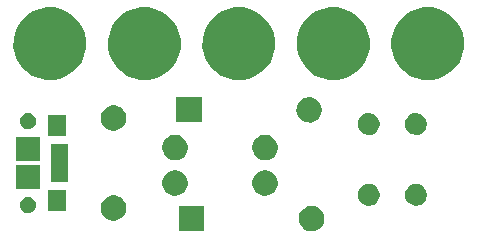
<source format=gts>
%TF.GenerationSoftware,KiCad,Pcbnew,4.0.4+e1-6308~48~ubuntu14.04.1-stable*%
%TF.CreationDate,2016-11-21T10:30:50-08:00*%
%TF.ProjectId,USB-Breakout-with-Reset,5553422D427265616B6F75742D776974,rev?*%
%TF.FileFunction,Soldermask,Top*%
%FSLAX46Y46*%
G04 Gerber Fmt 4.6, Leading zero omitted, Abs format (unit mm)*
G04 Created by KiCad (PCBNEW 4.0.4+e1-6308~48~ubuntu14.04.1-stable) date Mon Nov 21 10:30:50 2016*
%MOMM*%
%LPD*%
G01*
G04 APERTURE LIST*
%ADD10C,0.350000*%
G04 APERTURE END LIST*
D10*
G36*
X152272988Y-110725024D02*
X152479626Y-110767441D01*
X152674104Y-110849192D01*
X152848991Y-110967155D01*
X152997636Y-111116841D01*
X153114375Y-111292548D01*
X153194763Y-111487584D01*
X153235669Y-111694174D01*
X153235669Y-111694184D01*
X153235736Y-111694523D01*
X153232372Y-111935472D01*
X153232295Y-111935810D01*
X153232295Y-111935819D01*
X153185637Y-112141187D01*
X153099836Y-112333899D01*
X152978234Y-112506280D01*
X152825466Y-112651759D01*
X152647353Y-112764793D01*
X152450672Y-112841080D01*
X152242927Y-112877712D01*
X152032017Y-112873293D01*
X151825984Y-112827995D01*
X151632672Y-112743538D01*
X151459451Y-112623146D01*
X151312909Y-112471399D01*
X151198633Y-112294076D01*
X151120973Y-112097931D01*
X151082893Y-111890449D01*
X151085838Y-111679515D01*
X151129699Y-111473168D01*
X151212802Y-111279274D01*
X151331985Y-111105212D01*
X151482704Y-110957616D01*
X151659225Y-110842105D01*
X151854819Y-110763079D01*
X152062033Y-110723552D01*
X152272988Y-110725024D01*
X152272988Y-110725024D01*
G37*
G36*
X143075690Y-112875690D02*
X140924310Y-112875690D01*
X140924310Y-110724310D01*
X143075690Y-110724310D01*
X143075690Y-112875690D01*
X143075690Y-112875690D01*
G37*
G36*
X135512988Y-109845024D02*
X135719626Y-109887441D01*
X135914104Y-109969192D01*
X136088991Y-110087155D01*
X136237636Y-110236841D01*
X136354375Y-110412548D01*
X136434763Y-110607584D01*
X136475669Y-110814174D01*
X136475669Y-110814184D01*
X136475736Y-110814523D01*
X136472372Y-111055472D01*
X136472295Y-111055810D01*
X136472295Y-111055819D01*
X136425637Y-111261187D01*
X136339836Y-111453899D01*
X136218234Y-111626280D01*
X136065466Y-111771759D01*
X135887353Y-111884793D01*
X135690672Y-111961080D01*
X135482927Y-111997712D01*
X135272017Y-111993293D01*
X135065984Y-111947995D01*
X134872672Y-111863538D01*
X134699451Y-111743146D01*
X134552909Y-111591399D01*
X134438633Y-111414076D01*
X134360973Y-111217931D01*
X134322893Y-111010449D01*
X134325838Y-110799515D01*
X134369699Y-110593168D01*
X134452802Y-110399274D01*
X134571985Y-110225212D01*
X134722704Y-110077616D01*
X134899225Y-109962105D01*
X135094819Y-109883079D01*
X135302033Y-109843552D01*
X135512988Y-109845024D01*
X135512988Y-109845024D01*
G37*
G36*
X128221028Y-109974248D02*
X128350922Y-110000912D01*
X128473177Y-110052303D01*
X128583115Y-110126457D01*
X128676552Y-110220549D01*
X128749941Y-110331008D01*
X128800475Y-110453612D01*
X128826162Y-110583341D01*
X128826162Y-110583356D01*
X128826229Y-110583695D01*
X128824114Y-110735160D01*
X128824038Y-110735494D01*
X128824038Y-110735507D01*
X128794736Y-110864478D01*
X128740801Y-110985619D01*
X128664359Y-111093982D01*
X128568326Y-111185433D01*
X128456360Y-111256489D01*
X128332722Y-111304445D01*
X128202131Y-111327472D01*
X128069547Y-111324694D01*
X127940031Y-111296219D01*
X127818510Y-111243127D01*
X127709621Y-111167447D01*
X127617502Y-111072056D01*
X127545665Y-110960586D01*
X127496846Y-110837284D01*
X127472909Y-110706859D01*
X127474760Y-110574261D01*
X127502332Y-110444546D01*
X127554571Y-110322661D01*
X127629493Y-110213242D01*
X127724241Y-110120458D01*
X127835199Y-110047848D01*
X127958157Y-109998170D01*
X128088415Y-109973323D01*
X128221028Y-109974248D01*
X128221028Y-109974248D01*
G37*
G36*
X131376200Y-111176200D02*
X129823800Y-111176200D01*
X129823800Y-109423800D01*
X131376200Y-109423800D01*
X131376200Y-111176200D01*
X131376200Y-111176200D01*
G37*
G36*
X157097286Y-108874415D02*
X157275207Y-108910937D01*
X157442658Y-108981327D01*
X157593241Y-109082897D01*
X157721229Y-109211781D01*
X157821743Y-109363069D01*
X157890962Y-109531005D01*
X157926172Y-109708827D01*
X157926172Y-109708842D01*
X157926239Y-109709181D01*
X157923342Y-109916645D01*
X157923266Y-109916979D01*
X157923266Y-109916992D01*
X157883102Y-110093772D01*
X157809226Y-110259702D01*
X157704523Y-110408127D01*
X157572985Y-110533388D01*
X157419623Y-110630716D01*
X157250279Y-110696400D01*
X157071403Y-110727941D01*
X156889804Y-110724136D01*
X156712402Y-110685132D01*
X156545955Y-110612413D01*
X156396807Y-110508753D01*
X156270631Y-110378094D01*
X156172236Y-110225413D01*
X156105368Y-110056527D01*
X156072581Y-109877880D01*
X156075116Y-109696259D01*
X156112882Y-109518588D01*
X156184435Y-109351640D01*
X156287055Y-109201768D01*
X156416829Y-109074684D01*
X156568819Y-108975225D01*
X156737231Y-108907182D01*
X156915648Y-108873147D01*
X157097286Y-108874415D01*
X157097286Y-108874415D01*
G37*
G36*
X161097286Y-108874415D02*
X161275207Y-108910937D01*
X161442658Y-108981327D01*
X161593241Y-109082897D01*
X161721229Y-109211781D01*
X161821743Y-109363069D01*
X161890962Y-109531005D01*
X161926172Y-109708827D01*
X161926172Y-109708842D01*
X161926239Y-109709181D01*
X161923342Y-109916645D01*
X161923266Y-109916979D01*
X161923266Y-109916992D01*
X161883102Y-110093772D01*
X161809226Y-110259702D01*
X161704523Y-110408127D01*
X161572985Y-110533388D01*
X161419623Y-110630716D01*
X161250279Y-110696400D01*
X161071403Y-110727941D01*
X160889804Y-110724136D01*
X160712402Y-110685132D01*
X160545955Y-110612413D01*
X160396807Y-110508753D01*
X160270631Y-110378094D01*
X160172236Y-110225413D01*
X160105368Y-110056527D01*
X160072581Y-109877880D01*
X160075116Y-109696259D01*
X160112882Y-109518588D01*
X160184435Y-109351640D01*
X160287055Y-109201768D01*
X160416829Y-109074684D01*
X160568819Y-108975225D01*
X160737231Y-108907182D01*
X160915648Y-108873147D01*
X161097286Y-108874415D01*
X161097286Y-108874415D01*
G37*
G36*
X140712988Y-107725024D02*
X140919626Y-107767441D01*
X141114104Y-107849192D01*
X141288991Y-107967155D01*
X141437636Y-108116841D01*
X141554375Y-108292548D01*
X141634763Y-108487584D01*
X141675669Y-108694174D01*
X141675669Y-108694184D01*
X141675736Y-108694523D01*
X141672372Y-108935472D01*
X141672295Y-108935810D01*
X141672295Y-108935819D01*
X141625637Y-109141187D01*
X141539836Y-109333899D01*
X141418234Y-109506280D01*
X141265466Y-109651759D01*
X141087353Y-109764793D01*
X140890672Y-109841080D01*
X140682927Y-109877712D01*
X140472017Y-109873293D01*
X140265984Y-109827995D01*
X140072672Y-109743538D01*
X139899451Y-109623146D01*
X139752909Y-109471399D01*
X139638633Y-109294076D01*
X139560973Y-109097931D01*
X139522893Y-108890449D01*
X139525838Y-108679515D01*
X139569699Y-108473168D01*
X139652802Y-108279274D01*
X139771985Y-108105212D01*
X139922704Y-107957616D01*
X140099225Y-107842105D01*
X140294819Y-107763079D01*
X140502033Y-107723552D01*
X140712988Y-107725024D01*
X140712988Y-107725024D01*
G37*
G36*
X148332988Y-107725024D02*
X148539626Y-107767441D01*
X148734104Y-107849192D01*
X148908991Y-107967155D01*
X149057636Y-108116841D01*
X149174375Y-108292548D01*
X149254763Y-108487584D01*
X149295669Y-108694174D01*
X149295669Y-108694184D01*
X149295736Y-108694523D01*
X149292372Y-108935472D01*
X149292295Y-108935810D01*
X149292295Y-108935819D01*
X149245637Y-109141187D01*
X149159836Y-109333899D01*
X149038234Y-109506280D01*
X148885466Y-109651759D01*
X148707353Y-109764793D01*
X148510672Y-109841080D01*
X148302927Y-109877712D01*
X148092017Y-109873293D01*
X147885984Y-109827995D01*
X147692672Y-109743538D01*
X147519451Y-109623146D01*
X147372909Y-109471399D01*
X147258633Y-109294076D01*
X147180973Y-109097931D01*
X147142893Y-108890449D01*
X147145838Y-108679515D01*
X147189699Y-108473168D01*
X147272802Y-108279274D01*
X147391985Y-108105212D01*
X147542704Y-107957616D01*
X147719225Y-107842105D01*
X147914819Y-107763079D01*
X148122033Y-107723552D01*
X148332988Y-107725024D01*
X148332988Y-107725024D01*
G37*
G36*
X129176200Y-109326200D02*
X127123800Y-109326200D01*
X127123800Y-107273800D01*
X129176200Y-107273800D01*
X129176200Y-109326200D01*
X129176200Y-109326200D01*
G37*
G36*
X131576200Y-108676200D02*
X130073800Y-108676200D01*
X130073800Y-105523800D01*
X131576200Y-105523800D01*
X131576200Y-108676200D01*
X131576200Y-108676200D01*
G37*
G36*
X129176200Y-106926200D02*
X127123800Y-106926200D01*
X127123800Y-104873800D01*
X129176200Y-104873800D01*
X129176200Y-106926200D01*
X129176200Y-106926200D01*
G37*
G36*
X148332988Y-104725024D02*
X148539626Y-104767441D01*
X148734104Y-104849192D01*
X148908991Y-104967155D01*
X149057636Y-105116841D01*
X149174375Y-105292548D01*
X149254763Y-105487584D01*
X149295669Y-105694174D01*
X149295669Y-105694184D01*
X149295736Y-105694523D01*
X149292372Y-105935472D01*
X149292295Y-105935810D01*
X149292295Y-105935819D01*
X149245637Y-106141187D01*
X149159836Y-106333899D01*
X149038234Y-106506280D01*
X148885466Y-106651759D01*
X148707353Y-106764793D01*
X148510672Y-106841080D01*
X148302927Y-106877712D01*
X148092017Y-106873293D01*
X147885984Y-106827995D01*
X147692672Y-106743538D01*
X147519451Y-106623146D01*
X147372909Y-106471399D01*
X147258633Y-106294076D01*
X147180973Y-106097931D01*
X147142893Y-105890449D01*
X147145838Y-105679515D01*
X147189699Y-105473168D01*
X147272802Y-105279274D01*
X147391985Y-105105212D01*
X147542704Y-104957616D01*
X147719225Y-104842105D01*
X147914819Y-104763079D01*
X148122033Y-104723552D01*
X148332988Y-104725024D01*
X148332988Y-104725024D01*
G37*
G36*
X140712988Y-104725024D02*
X140919626Y-104767441D01*
X141114104Y-104849192D01*
X141288991Y-104967155D01*
X141437636Y-105116841D01*
X141554375Y-105292548D01*
X141634763Y-105487584D01*
X141675669Y-105694174D01*
X141675669Y-105694184D01*
X141675736Y-105694523D01*
X141672372Y-105935472D01*
X141672295Y-105935810D01*
X141672295Y-105935819D01*
X141625637Y-106141187D01*
X141539836Y-106333899D01*
X141418234Y-106506280D01*
X141265466Y-106651759D01*
X141087353Y-106764793D01*
X140890672Y-106841080D01*
X140682927Y-106877712D01*
X140472017Y-106873293D01*
X140265984Y-106827995D01*
X140072672Y-106743538D01*
X139899451Y-106623146D01*
X139752909Y-106471399D01*
X139638633Y-106294076D01*
X139560973Y-106097931D01*
X139522893Y-105890449D01*
X139525838Y-105679515D01*
X139569699Y-105473168D01*
X139652802Y-105279274D01*
X139771985Y-105105212D01*
X139922704Y-104957616D01*
X140099225Y-104842105D01*
X140294819Y-104763079D01*
X140502033Y-104723552D01*
X140712988Y-104725024D01*
X140712988Y-104725024D01*
G37*
G36*
X131376200Y-104776200D02*
X129823800Y-104776200D01*
X129823800Y-103023800D01*
X131376200Y-103023800D01*
X131376200Y-104776200D01*
X131376200Y-104776200D01*
G37*
G36*
X157097286Y-102874415D02*
X157275207Y-102910937D01*
X157442658Y-102981327D01*
X157593241Y-103082897D01*
X157721229Y-103211781D01*
X157821743Y-103363069D01*
X157890962Y-103531005D01*
X157926172Y-103708827D01*
X157926172Y-103708842D01*
X157926239Y-103709181D01*
X157923342Y-103916645D01*
X157923266Y-103916979D01*
X157923266Y-103916992D01*
X157883102Y-104093772D01*
X157809226Y-104259702D01*
X157704523Y-104408127D01*
X157572985Y-104533388D01*
X157419623Y-104630716D01*
X157250279Y-104696400D01*
X157071403Y-104727941D01*
X156889804Y-104724136D01*
X156712402Y-104685132D01*
X156545955Y-104612413D01*
X156396807Y-104508753D01*
X156270631Y-104378094D01*
X156172236Y-104225413D01*
X156105368Y-104056527D01*
X156072581Y-103877880D01*
X156075116Y-103696259D01*
X156112882Y-103518588D01*
X156184435Y-103351640D01*
X156287055Y-103201768D01*
X156416829Y-103074684D01*
X156568819Y-102975225D01*
X156737231Y-102907182D01*
X156915648Y-102873147D01*
X157097286Y-102874415D01*
X157097286Y-102874415D01*
G37*
G36*
X161097286Y-102874415D02*
X161275207Y-102910937D01*
X161442658Y-102981327D01*
X161593241Y-103082897D01*
X161721229Y-103211781D01*
X161821743Y-103363069D01*
X161890962Y-103531005D01*
X161926172Y-103708827D01*
X161926172Y-103708842D01*
X161926239Y-103709181D01*
X161923342Y-103916645D01*
X161923266Y-103916979D01*
X161923266Y-103916992D01*
X161883102Y-104093772D01*
X161809226Y-104259702D01*
X161704523Y-104408127D01*
X161572985Y-104533388D01*
X161419623Y-104630716D01*
X161250279Y-104696400D01*
X161071403Y-104727941D01*
X160889804Y-104724136D01*
X160712402Y-104685132D01*
X160545955Y-104612413D01*
X160396807Y-104508753D01*
X160270631Y-104378094D01*
X160172236Y-104225413D01*
X160105368Y-104056527D01*
X160072581Y-103877880D01*
X160075116Y-103696259D01*
X160112882Y-103518588D01*
X160184435Y-103351640D01*
X160287055Y-103201768D01*
X160416829Y-103074684D01*
X160568819Y-102975225D01*
X160737231Y-102907182D01*
X160915648Y-102873147D01*
X161097286Y-102874415D01*
X161097286Y-102874415D01*
G37*
G36*
X135512988Y-102225024D02*
X135719626Y-102267441D01*
X135914104Y-102349192D01*
X136088991Y-102467155D01*
X136237636Y-102616841D01*
X136354375Y-102792548D01*
X136434763Y-102987584D01*
X136475669Y-103194174D01*
X136475669Y-103194184D01*
X136475736Y-103194523D01*
X136472372Y-103435472D01*
X136472295Y-103435810D01*
X136472295Y-103435819D01*
X136425637Y-103641187D01*
X136339836Y-103833899D01*
X136218234Y-104006280D01*
X136065466Y-104151759D01*
X135887353Y-104264793D01*
X135690672Y-104341080D01*
X135482927Y-104377712D01*
X135272017Y-104373293D01*
X135065984Y-104327995D01*
X134872672Y-104243538D01*
X134699451Y-104123146D01*
X134552909Y-103971399D01*
X134438633Y-103794076D01*
X134360973Y-103597931D01*
X134322893Y-103390449D01*
X134325838Y-103179515D01*
X134369699Y-102973168D01*
X134452802Y-102779274D01*
X134571985Y-102605212D01*
X134722704Y-102457616D01*
X134899225Y-102342105D01*
X135094819Y-102263079D01*
X135302033Y-102223552D01*
X135512988Y-102225024D01*
X135512988Y-102225024D01*
G37*
G36*
X128221028Y-102874248D02*
X128350922Y-102900912D01*
X128473177Y-102952303D01*
X128583115Y-103026457D01*
X128676552Y-103120549D01*
X128749941Y-103231008D01*
X128800475Y-103353612D01*
X128826162Y-103483341D01*
X128826162Y-103483356D01*
X128826229Y-103483695D01*
X128824114Y-103635160D01*
X128824038Y-103635494D01*
X128824038Y-103635507D01*
X128794736Y-103764478D01*
X128740801Y-103885619D01*
X128664359Y-103993982D01*
X128568326Y-104085433D01*
X128456360Y-104156489D01*
X128332722Y-104204445D01*
X128202131Y-104227472D01*
X128069547Y-104224694D01*
X127940031Y-104196219D01*
X127818510Y-104143127D01*
X127709621Y-104067447D01*
X127617502Y-103972056D01*
X127545665Y-103860586D01*
X127496846Y-103737284D01*
X127472909Y-103606859D01*
X127474760Y-103474261D01*
X127502332Y-103344546D01*
X127554571Y-103222661D01*
X127629493Y-103113242D01*
X127724241Y-103020458D01*
X127835199Y-102947848D01*
X127958157Y-102898170D01*
X128088415Y-102873323D01*
X128221028Y-102874248D01*
X128221028Y-102874248D01*
G37*
G36*
X152072988Y-101519944D02*
X152279626Y-101562361D01*
X152474104Y-101644112D01*
X152648991Y-101762075D01*
X152797636Y-101911761D01*
X152914375Y-102087468D01*
X152994763Y-102282504D01*
X153035669Y-102489094D01*
X153035669Y-102489104D01*
X153035736Y-102489443D01*
X153032372Y-102730392D01*
X153032295Y-102730730D01*
X153032295Y-102730739D01*
X152985637Y-102936107D01*
X152899836Y-103128819D01*
X152778234Y-103301200D01*
X152625466Y-103446679D01*
X152447353Y-103559713D01*
X152250672Y-103636000D01*
X152042927Y-103672632D01*
X151832017Y-103668213D01*
X151625984Y-103622915D01*
X151432672Y-103538458D01*
X151259451Y-103418066D01*
X151112909Y-103266319D01*
X150998633Y-103088996D01*
X150920973Y-102892851D01*
X150882893Y-102685369D01*
X150885838Y-102474435D01*
X150929699Y-102268088D01*
X151012802Y-102074194D01*
X151131985Y-101900132D01*
X151282704Y-101752536D01*
X151459225Y-101637025D01*
X151654819Y-101557999D01*
X151862033Y-101518472D01*
X152072988Y-101519944D01*
X152072988Y-101519944D01*
G37*
G36*
X142875690Y-103670610D02*
X140724310Y-103670610D01*
X140724310Y-101519230D01*
X142875690Y-101519230D01*
X142875690Y-103670610D01*
X142875690Y-103670610D01*
G37*
G36*
X146323110Y-93925847D02*
X146914055Y-94047151D01*
X147470198Y-94280932D01*
X147970334Y-94618278D01*
X148395421Y-95046343D01*
X148729266Y-95548821D01*
X148959156Y-96106576D01*
X149076264Y-96698014D01*
X149076264Y-96698024D01*
X149076331Y-96698363D01*
X149066710Y-97387416D01*
X149066633Y-97387754D01*
X149066633Y-97387762D01*
X148933057Y-97975701D01*
X148687685Y-98526816D01*
X148339937Y-99019778D01*
X147903062Y-99435809D01*
X147393700Y-99759061D01*
X146831254Y-99977219D01*
X146237147Y-100081976D01*
X145634003Y-100069342D01*
X145044800Y-99939797D01*
X144491982Y-99698277D01*
X143996607Y-99353982D01*
X143577537Y-98920023D01*
X143250738Y-98412930D01*
X143028656Y-97852014D01*
X142919755Y-97258658D01*
X142928177Y-96655441D01*
X143053606Y-96065347D01*
X143291259Y-95510858D01*
X143632091Y-95013088D01*
X144063112Y-94591000D01*
X144567913Y-94260668D01*
X145127259Y-94034677D01*
X145719845Y-93921636D01*
X146323110Y-93925847D01*
X146323110Y-93925847D01*
G37*
G36*
X162323110Y-93925847D02*
X162914055Y-94047151D01*
X163470198Y-94280932D01*
X163970334Y-94618278D01*
X164395421Y-95046343D01*
X164729266Y-95548821D01*
X164959156Y-96106576D01*
X165076264Y-96698014D01*
X165076264Y-96698024D01*
X165076331Y-96698363D01*
X165066710Y-97387416D01*
X165066633Y-97387754D01*
X165066633Y-97387762D01*
X164933057Y-97975701D01*
X164687685Y-98526816D01*
X164339937Y-99019778D01*
X163903062Y-99435809D01*
X163393700Y-99759061D01*
X162831254Y-99977219D01*
X162237147Y-100081976D01*
X161634003Y-100069342D01*
X161044800Y-99939797D01*
X160491982Y-99698277D01*
X159996607Y-99353982D01*
X159577537Y-98920023D01*
X159250738Y-98412930D01*
X159028656Y-97852014D01*
X158919755Y-97258658D01*
X158928177Y-96655441D01*
X159053606Y-96065347D01*
X159291259Y-95510858D01*
X159632091Y-95013088D01*
X160063112Y-94591000D01*
X160567913Y-94260668D01*
X161127259Y-94034677D01*
X161719845Y-93921636D01*
X162323110Y-93925847D01*
X162323110Y-93925847D01*
G37*
G36*
X138323110Y-93925847D02*
X138914055Y-94047151D01*
X139470198Y-94280932D01*
X139970334Y-94618278D01*
X140395421Y-95046343D01*
X140729266Y-95548821D01*
X140959156Y-96106576D01*
X141076264Y-96698014D01*
X141076264Y-96698024D01*
X141076331Y-96698363D01*
X141066710Y-97387416D01*
X141066633Y-97387754D01*
X141066633Y-97387762D01*
X140933057Y-97975701D01*
X140687685Y-98526816D01*
X140339937Y-99019778D01*
X139903062Y-99435809D01*
X139393700Y-99759061D01*
X138831254Y-99977219D01*
X138237147Y-100081976D01*
X137634003Y-100069342D01*
X137044800Y-99939797D01*
X136491982Y-99698277D01*
X135996607Y-99353982D01*
X135577537Y-98920023D01*
X135250738Y-98412930D01*
X135028656Y-97852014D01*
X134919755Y-97258658D01*
X134928177Y-96655441D01*
X135053606Y-96065347D01*
X135291259Y-95510858D01*
X135632091Y-95013088D01*
X136063112Y-94591000D01*
X136567913Y-94260668D01*
X137127259Y-94034677D01*
X137719845Y-93921636D01*
X138323110Y-93925847D01*
X138323110Y-93925847D01*
G37*
G36*
X130323110Y-93925847D02*
X130914055Y-94047151D01*
X131470198Y-94280932D01*
X131970334Y-94618278D01*
X132395421Y-95046343D01*
X132729266Y-95548821D01*
X132959156Y-96106576D01*
X133076264Y-96698014D01*
X133076264Y-96698024D01*
X133076331Y-96698363D01*
X133066710Y-97387416D01*
X133066633Y-97387754D01*
X133066633Y-97387762D01*
X132933057Y-97975701D01*
X132687685Y-98526816D01*
X132339937Y-99019778D01*
X131903062Y-99435809D01*
X131393700Y-99759061D01*
X130831254Y-99977219D01*
X130237147Y-100081976D01*
X129634003Y-100069342D01*
X129044800Y-99939797D01*
X128491982Y-99698277D01*
X127996607Y-99353982D01*
X127577537Y-98920023D01*
X127250738Y-98412930D01*
X127028656Y-97852014D01*
X126919755Y-97258658D01*
X126928177Y-96655441D01*
X127053606Y-96065347D01*
X127291259Y-95510858D01*
X127632091Y-95013088D01*
X128063112Y-94591000D01*
X128567913Y-94260668D01*
X129127259Y-94034677D01*
X129719845Y-93921636D01*
X130323110Y-93925847D01*
X130323110Y-93925847D01*
G37*
G36*
X154323110Y-93925847D02*
X154914055Y-94047151D01*
X155470198Y-94280932D01*
X155970334Y-94618278D01*
X156395421Y-95046343D01*
X156729266Y-95548821D01*
X156959156Y-96106576D01*
X157076264Y-96698014D01*
X157076264Y-96698024D01*
X157076331Y-96698363D01*
X157066710Y-97387416D01*
X157066633Y-97387754D01*
X157066633Y-97387762D01*
X156933057Y-97975701D01*
X156687685Y-98526816D01*
X156339937Y-99019778D01*
X155903062Y-99435809D01*
X155393700Y-99759061D01*
X154831254Y-99977219D01*
X154237147Y-100081976D01*
X153634003Y-100069342D01*
X153044800Y-99939797D01*
X152491982Y-99698277D01*
X151996607Y-99353982D01*
X151577537Y-98920023D01*
X151250738Y-98412930D01*
X151028656Y-97852014D01*
X150919755Y-97258658D01*
X150928177Y-96655441D01*
X151053606Y-96065347D01*
X151291259Y-95510858D01*
X151632091Y-95013088D01*
X152063112Y-94591000D01*
X152567913Y-94260668D01*
X153127259Y-94034677D01*
X153719845Y-93921636D01*
X154323110Y-93925847D01*
X154323110Y-93925847D01*
G37*
M02*

</source>
